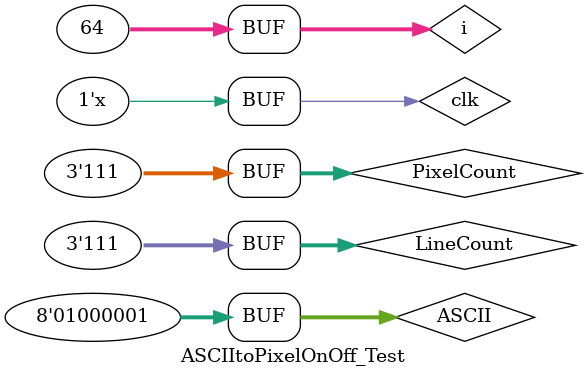
<source format=v>
`timescale 1ns / 1ps


module ASCIItoPixelOnOff_Test;

	// Inputs
	reg clk;
	reg [7:0] ASCII;
	reg [2:0] PixelCount;
	reg [2:0] LineCount;

	// Outputs
	wire PixelOnOff;

	// Instantiate the Unit Under Test (UUT)
	ASCIItoPixelOnOff uut (
		.clk(clk), 
		.ASCII(ASCII), 
		.PixelCount(PixelCount), 
		.LineCount(LineCount), 
		.PixelOnOff(PixelOnOff)
	);
	integer i=0;
	initial begin
		// Initialize Inputs
		clk = 0;
		ASCII = 8'b01000001;
		PixelCount = 0;
		LineCount = 0;

		// Wait 100 ns for global reset to finish
		for(i=0;i<64;i=i+1)
		begin
			{LineCount,PixelCount} = i;
			#4;
		end
		
		
        
		// Add stimulus here

	end
			always
			#1 clk <=~clk;
endmodule


</source>
